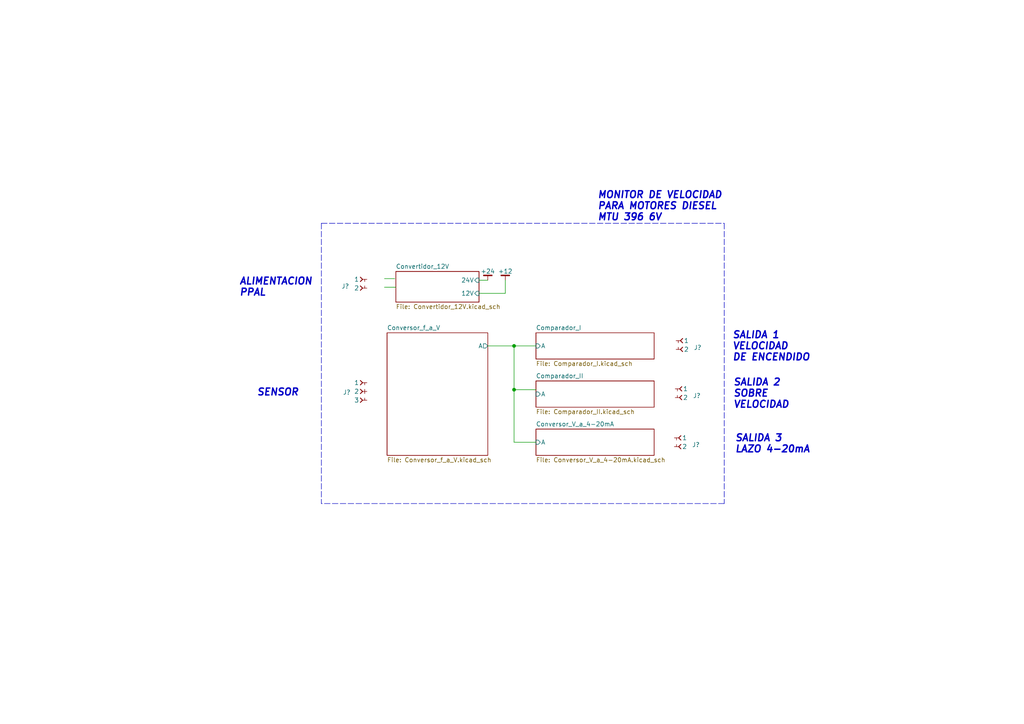
<source format=kicad_sch>
(kicad_sch (version 20210621) (generator eeschema)
  (paper "A4")
  (lib_symbols
    (symbol "conn-100mil:CONN-100MIL-F-1x2" (pin_numbers hide) (pin_names (offset 1.016))
      (property "Reference" "J" (at 0 5.08 0))
      (property "Value" "CONN-100MIL-F-1x2" (at 0 2.54 0))
      (symbol "CONN-100MIL-F-1x2_0_1"
        (polyline (pts (xy -0.635 -1.905) (xy -0.635 -2.54)))
        (polyline (pts (xy -0.635 0) (xy -0.635 -0.635)))
        (polyline (pts (xy 0.635 -1.905) (xy 0 -2.54) (xy 0.635 -3.175)) (stroke (width 0.254)))
        (polyline (pts (xy 0.635 0.635) (xy 0 0) (xy 0.635 -0.635)) (stroke (width 0.254)))
      )
      (symbol "CONN-100MIL-F-1x2_1_1"
        (pin passive line (at -1.27 0 0) (length 1.27) (name "1") (number "1"))
        (pin passive line (at -1.27 -2.54 0) (length 1.27) (name "2") (number "2"))
      )
    )
    (symbol "conn-100mil:CONN-100MIL-F-1x3" (pin_numbers hide) (pin_names (offset 1.016))
      (property "Reference" "J" (at 0 5.08 0))
      (property "Value" "CONN-100MIL-F-1x3" (at 0 2.54 0))
      (symbol "CONN-100MIL-F-1x3_0_1"
        (polyline (pts (xy -0.635 -4.445) (xy -0.635 -5.08)))
        (polyline (pts (xy -0.635 -1.905) (xy -0.635 -3.175)))
        (polyline (pts (xy -0.635 0) (xy -0.635 -0.635)))
        (polyline (pts (xy 0.635 -4.445) (xy 0 -5.08) (xy 0.635 -5.715)) (stroke (width 0.254)))
        (polyline (pts (xy 0.635 -1.905) (xy 0 -2.54) (xy 0.635 -3.175)) (stroke (width 0.254)))
        (polyline (pts (xy 0.635 0.635) (xy 0 0) (xy 0.635 -0.635)) (stroke (width 0.254)))
      )
      (symbol "CONN-100MIL-F-1x3_1_1"
        (pin passive line (at -1.27 0 0) (length 1.27) (name "1") (number "1"))
        (pin passive line (at -1.27 -2.54 0) (length 1.27) (name "2") (number "2"))
        (pin passive line (at -1.27 -5.08 0) (length 1.27) (name "3") (number "3"))
      )
    )
    (symbol "power1:+12" (power) (pin_names (offset 0))
      (property "Value" "+12" (at 0 2.54 0))
      (symbol "+12_0_1"
        (polyline (pts (xy 0 0.762) (xy 0 0)))
        (polyline (pts (xy 0 1.27) (xy 0 0.762)))
        (polyline (pts (xy -1.27 1.524) (xy 1.27 1.524) (xy 1.27 1.27) (xy -1.27 1.27) (xy -1.27 1.524)) (fill (type outline)))
      )
      (symbol "+12_1_1"
        (pin power_in line (at 0 0 90) (length 0) hide (name "+12") (number "1"))
      )
    )
    (symbol "power1:+24" (power) (pin_names (offset 0))
      (property "Value" "+24" (at 0 2.54 0))
      (symbol "+24_0_1"
        (polyline (pts (xy 0 0.762) (xy 0 0)))
        (polyline (pts (xy 0 1.27) (xy 0 0.762)))
        (polyline (pts (xy -1.27 1.524) (xy 1.27 1.524) (xy 1.27 1.27) (xy -1.27 1.27) (xy -1.27 1.524)) (fill (type outline)))
      )
      (symbol "+24_1_1"
        (pin power_in line (at 0 0 90) (length 0) hide (name "+24") (number "1"))
      )
    )
  )
  (junction (at 149.098 113.03))
  (junction (at 149.098 100.33))
  (wire (pts (xy 149.098 128.27) (xy 149.098 113.03)))
  (wire (pts (xy 111.506 83.312) (xy 114.808 83.312)))
  (wire (pts (xy 111.508 80.81) (xy 114.508 80.81)))
  (wire (pts (xy 149.098 100.33) (xy 155.448 100.33)))
  (wire (pts (xy 141.478 100.33) (xy 149.098 100.33)))
  (wire (pts (xy 138.938 85.09) (xy 146.558 85.09)))
  (wire (pts (xy 146.558 85.09) (xy 146.558 81.28)))
  (wire (pts (xy 149.098 128.27) (xy 155.448 128.27)))
  (wire (pts (xy 149.098 100.33) (xy 149.098 113.03)))
  (wire (pts (xy 149.098 113.03) (xy 155.448 113.03)))
  (polyline (pts (xy 93.218 64.77) (xy 210.058 64.77)))
  (polyline (pts (xy 210.058 146.05) (xy 93.218 146.05)))
  (polyline (pts (xy 93.218 64.77) (xy 93.218 146.05)))
  (polyline (pts (xy 210.058 64.77) (xy 210.058 146.05)))
  (wire (pts (xy 138.938 81.28) (xy 141.478 81.28)))
  (text "SALIDA 3\nLAZO 4-20mA \n" (at 213.106 131.572 0) (effects (font (size 2 2) (thickness 0.4) bold italic) (justify left bottom)))
  (text "SENSOR" (at 74.422 115.062 0) (effects (font (size 2 2) (thickness 0.4) bold italic) (justify left bottom)))
  (text "ALIMENTACION\nPPAL" (at 69.342 86.106 0) (effects (font (size 2 2) (thickness 0.4) bold italic) (justify left bottom)))
  (text "MONITOR DE VELOCIDAD\nPARA MOTORES DIESEL \nMTU 396 6V" (at 173.228 64.262 0) (effects (font (size 2 2) (thickness 0.4) bold italic) (justify left bottom)))
  (text "SALIDA 1\nVELOCIDAD \nDE ENCENDIDO" (at 212.344 104.902 0) (effects (font (size 2 2) (thickness 0.4) bold italic) (justify left bottom)))
  (text "SALIDA 2\nSOBRE\nVELOCIDAD \n" (at 212.598 118.618 0) (effects (font (size 2 2) (thickness 0.4) bold italic) (justify left bottom)))
  (symbol (lib_id "power1:+24") (at 141.478 81.28 0) (unit 1)
    (property "Reference" "#PWR?" (effects hide))
    (property "Value" "+24" (at 141.478 78.6915 0))
  )
  (symbol (lib_id "conn-100mil:CONN-100MIL-F-1x2") (at 196.85 127 0) (unit 1)
    (property "Reference" "J?" (at 201.85 129 0))
    (property "Value" "CONN-100MIL-F-1x2" (effects hide))
    (property "Footprint" "conn-100mil:CONN-100MIL-F-1x2" (effects hide))
  )
  (symbol (lib_id "conn-100mil:CONN-100MIL-F-1x2") (at 197.358 98.806 0) (unit 1)
    (property "Reference" "J?" (at 202.358 100.806 0))
    (property "Value" "CONN-100MIL-F-1x2" (effects hide))
    (property "Footprint" "conn-100mil:CONN-100MIL-F-1x2" (effects hide))
  )
  (symbol (lib_id "conn-100mil:CONN-100MIL-F-1x3") (at 105.156 110.998 0) (mirror y) (unit 1)
    (property "Reference" "J?" (at 100.584 113.792 0))
    (property "Value" "CONN-100MIL-F-1x3" (effects hide))
    (property "Footprint" "conn-100mil:CONN-100MIL-F-1x3" (effects hide))
  )
  (symbol (lib_id "conn-100mil:CONN-100MIL-F-1x2") (at 105.156 81.026 0) (mirror y) (unit 1)
    (property "Reference" "J?" (at 100.156 83.026 0))
    (property "Value" "CONN-100MIL-F-1x2" (effects hide))
    (property "Footprint" "conn-100mil:CONN-100MIL-F-1x2" (effects hide))
  )
  (symbol (lib_id "conn-100mil:CONN-100MIL-F-1x2") (at 197.104 112.776 0) (unit 1)
    (property "Reference" "J?" (at 202.104 114.776 0))
    (property "Value" "CONN-100MIL-F-1x2" (effects hide))
    (property "Footprint" "conn-100mil:CONN-100MIL-F-1x2" (effects hide))
  )
  (symbol (lib_id "power1:+12") (at 146.558 81.28 0) (unit 1)
    (property "Reference" "#PWR?" (effects hide))
    (property "Value" "+12" (at 146.558 78.6915 0))
  )
  (sheet (at 112.268 96.52) (size 29.21 35.56)
    (property "Sheet name" "Conversor_f_a_V" (at 112.268 95.8084 0) (effects (justify left bottom)))
    (property "Sheet file" "Conversor_f_a_V.kicad_sch" (at 112.268 132.6646 0) (effects (justify left top)))
    (pin "A" output (at 141.478 100.33 0))
  )
  (sheet (at 114.808 78.74) (size 24.13 8.89)
    (property "Sheet name" "Convertidor_12V" (at 114.808 78.0284 0) (effects (justify left bottom)))
    (property "Sheet file" "Convertidor_12V.kicad_sch" (at 114.808 88.2146 0) (effects (justify left top)))
    (pin "12V" input (at 138.938 85.09 0))
    (pin "24V" input (at 138.938 81.28 0))
  )
  (sheet (at 155.448 96.52) (size 34.29 7.62)
    (property "Sheet name" "Comparador_I" (at 155.448 95.8084 0) (effects (justify left bottom)))
    (property "Sheet file" "Comparador_I.kicad_sch" (at 155.448 104.7246 0) (effects (justify left top)))
    (pin "A" input (at 155.448 100.33 180))
  )
  (sheet (at 155.448 124.46) (size 34.29 7.62)
    (property "Sheet name" "Conversor_V_a_4-20mA" (at 155.448 123.7484 0) (effects (justify left bottom)))
    (property "Sheet file" "Conversor_V_a_4-20mA.kicad_sch" (at 155.448 132.6646 0) (effects (justify left top)))
    (pin "A" input (at 155.448 128.27 180))
  )
  (sheet (at 155.448 110.49) (size 34.29 7.62)
    (property "Sheet name" "Comparador_II" (at 155.448 109.7784 0) (effects (justify left bottom)))
    (property "Sheet file" "Comparador_II.kicad_sch" (at 155.448 118.6946 0) (effects (justify left top)))
    (pin "A" input (at 155.448 114.3 180))
  )
)
</source>
